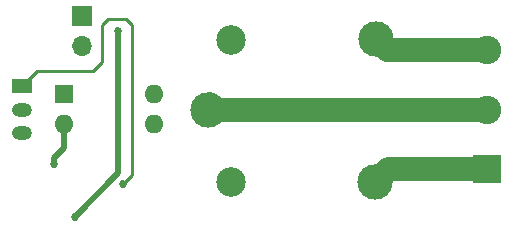
<source format=gbl>
%TF.GenerationSoftware,KiCad,Pcbnew,4.0.7-e2-6376~58~ubuntu16.04.1*%
%TF.CreationDate,2018-01-20T15:27:38+01:00*%
%TF.ProjectId,RelayModule,52656C61794D6F64756C652E6B696361,rev?*%
%TF.FileFunction,Copper,L2,Bot,Signal*%
%FSLAX46Y46*%
G04 Gerber Fmt 4.6, Leading zero omitted, Abs format (unit mm)*
G04 Created by KiCad (PCBNEW 4.0.7-e2-6376~58~ubuntu16.04.1) date Sat Jan 20 15:27:38 2018*
%MOMM*%
%LPD*%
G01*
G04 APERTURE LIST*
%ADD10C,0.100000*%
%ADD11C,2.500000*%
%ADD12C,3.000000*%
%ADD13R,2.413000X2.413000*%
%ADD14C,2.413000*%
%ADD15R,1.700000X1.200000*%
%ADD16O,1.700000X1.200000*%
%ADD17R,1.700000X1.700000*%
%ADD18O,1.700000X1.700000*%
%ADD19R,1.600000X1.600000*%
%ADD20O,1.600000X1.600000*%
%ADD21C,0.685800*%
%ADD22C,0.254000*%
%ADD23C,0.500000*%
%ADD24C,2.000000*%
G04 APERTURE END LIST*
D10*
D11*
X20111000Y-16718000D03*
D12*
X32311000Y-16718000D03*
X32361000Y-4668000D03*
D11*
X20111000Y-4718000D03*
D12*
X18161000Y-10668000D03*
D13*
X41783000Y-15621000D03*
D14*
X41783000Y-10622280D03*
X41783000Y-5621020D03*
D15*
X2413000Y-8636000D03*
D16*
X2413000Y-10636000D03*
X2413000Y-12636000D03*
D17*
X7493000Y-2667000D03*
D18*
X7493000Y-5207000D03*
D19*
X5969000Y-9271000D03*
D20*
X13589000Y-11811000D03*
X5969000Y-11811000D03*
X13589000Y-9271000D03*
D21*
X10922000Y-16891000D03*
X5080000Y-15240000D03*
X10541000Y-3937000D03*
X6858000Y-19685000D03*
D22*
X3683000Y-7366000D02*
X2413000Y-8636000D01*
X8382000Y-7366000D02*
X3683000Y-7366000D01*
X9144000Y-6604000D02*
X8382000Y-7366000D01*
X9144000Y-3429000D02*
X9144000Y-6604000D01*
X9652000Y-2921000D02*
X9144000Y-3429000D01*
X11176000Y-2921000D02*
X9652000Y-2921000D01*
X11684000Y-3429000D02*
X11176000Y-2921000D01*
X11684000Y-16129000D02*
X11684000Y-3429000D01*
X10922000Y-16891000D02*
X11684000Y-16129000D01*
D23*
X5969000Y-11811000D02*
X5969000Y-13843000D01*
X5080000Y-14732000D02*
X5080000Y-15240000D01*
X5969000Y-13843000D02*
X5080000Y-14732000D01*
X10541000Y-16002000D02*
X10541000Y-3937000D01*
X6858000Y-19685000D02*
X10541000Y-16002000D01*
D24*
X41783000Y-15621000D02*
X33408000Y-15621000D01*
X33408000Y-15621000D02*
X32311000Y-16718000D01*
X41783000Y-10622280D02*
X18206720Y-10622280D01*
X18206720Y-10622280D02*
X18161000Y-10668000D01*
X18333720Y-10114280D02*
X18161000Y-10287000D01*
X41783000Y-5621020D02*
X33314020Y-5621020D01*
X33314020Y-5621020D02*
X32361000Y-4668000D01*
M02*

</source>
